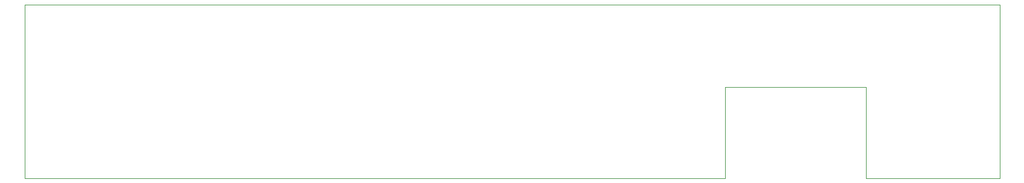
<source format=gbr>
%TF.GenerationSoftware,KiCad,Pcbnew,9.0.0*%
%TF.CreationDate,2025-03-07T17:00:58+09:00*%
%TF.ProjectId,Airdata,41697264-6174-4612-9e6b-696361645f70,rev?*%
%TF.SameCoordinates,Original*%
%TF.FileFunction,Profile,NP*%
%FSLAX46Y46*%
G04 Gerber Fmt 4.6, Leading zero omitted, Abs format (unit mm)*
G04 Created by KiCad (PCBNEW 9.0.0) date 2025-03-07 17:00:58*
%MOMM*%
%LPD*%
G01*
G04 APERTURE LIST*
%TA.AperFunction,Profile*%
%ADD10C,0.100000*%
%TD*%
G04 APERTURE END LIST*
D10*
X220000000Y-75000000D02*
X200850000Y-75000000D01*
X80000000Y-75000000D02*
X80000000Y-50000000D01*
X180600000Y-75000000D02*
X80000000Y-75000000D01*
X200850000Y-61900000D02*
X200850000Y-75000000D01*
X220000000Y-50000000D02*
X220000000Y-75000000D01*
X80000000Y-50000000D02*
X220000000Y-50000000D01*
X180600000Y-61900000D02*
X200850000Y-61900000D01*
X180600000Y-61900000D02*
X180600000Y-75000000D01*
M02*

</source>
